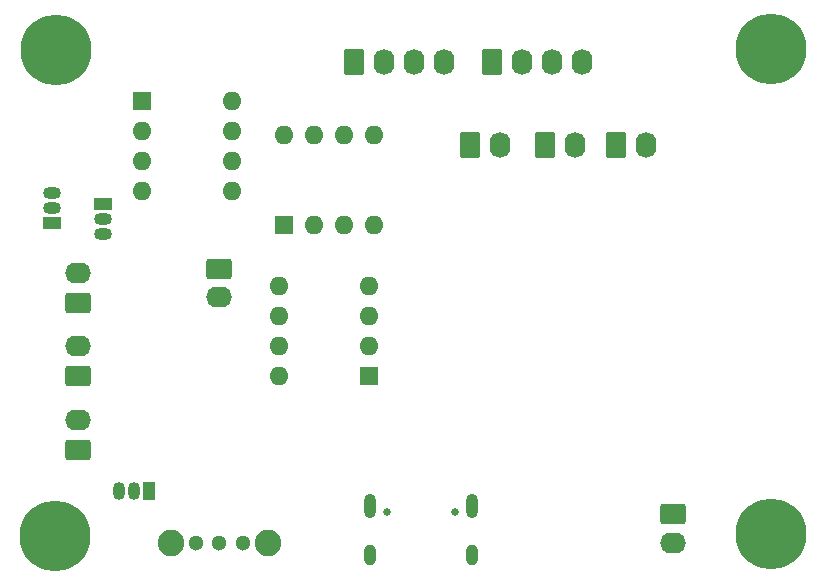
<source format=gbr>
%TF.GenerationSoftware,KiCad,Pcbnew,(6.0.0)*%
%TF.CreationDate,2023-04-24T11:59:45-05:00*%
%TF.ProjectId,SNAP_Project,534e4150-5f50-4726-9f6a-6563742e6b69,1.0*%
%TF.SameCoordinates,Original*%
%TF.FileFunction,Soldermask,Bot*%
%TF.FilePolarity,Negative*%
%FSLAX46Y46*%
G04 Gerber Fmt 4.6, Leading zero omitted, Abs format (unit mm)*
G04 Created by KiCad (PCBNEW (6.0.0)) date 2023-04-24 11:59:45*
%MOMM*%
%LPD*%
G01*
G04 APERTURE LIST*
G04 Aperture macros list*
%AMRoundRect*
0 Rectangle with rounded corners*
0 $1 Rounding radius*
0 $2 $3 $4 $5 $6 $7 $8 $9 X,Y pos of 4 corners*
0 Add a 4 corners polygon primitive as box body*
4,1,4,$2,$3,$4,$5,$6,$7,$8,$9,$2,$3,0*
0 Add four circle primitives for the rounded corners*
1,1,$1+$1,$2,$3*
1,1,$1+$1,$4,$5*
1,1,$1+$1,$6,$7*
1,1,$1+$1,$8,$9*
0 Add four rect primitives between the rounded corners*
20,1,$1+$1,$2,$3,$4,$5,0*
20,1,$1+$1,$4,$5,$6,$7,0*
20,1,$1+$1,$6,$7,$8,$9,0*
20,1,$1+$1,$8,$9,$2,$3,0*%
G04 Aperture macros list end*
%ADD10RoundRect,0.250000X-0.620000X-0.845000X0.620000X-0.845000X0.620000X0.845000X-0.620000X0.845000X0*%
%ADD11O,1.740000X2.190000*%
%ADD12R,1.050000X1.500000*%
%ADD13O,1.050000X1.500000*%
%ADD14C,6.000000*%
%ADD15RoundRect,0.250000X0.845000X-0.620000X0.845000X0.620000X-0.845000X0.620000X-0.845000X-0.620000X0*%
%ADD16O,2.190000X1.740000*%
%ADD17R,1.500000X1.050000*%
%ADD18O,1.500000X1.050000*%
%ADD19C,0.650000*%
%ADD20O,1.000000X2.100000*%
%ADD21O,1.000000X1.800000*%
%ADD22R,1.600000X1.600000*%
%ADD23O,1.600000X1.600000*%
%ADD24C,1.300000*%
%ADD25C,2.250000*%
G04 APERTURE END LIST*
D10*
%TO.C,J4*%
X95140000Y-78927500D03*
D11*
X97680000Y-78927500D03*
X100220000Y-78927500D03*
X102760000Y-78927500D03*
%TD*%
D12*
%TO.C,Q3*%
X77800000Y-115257500D03*
D13*
X76530000Y-115257500D03*
X75260000Y-115257500D03*
%TD*%
D14*
%TO.C,H2*%
X69940000Y-77887500D03*
%TD*%
D15*
%TO.C,BT1*%
X122160000Y-117197000D03*
D16*
X122160000Y-119610000D03*
%TD*%
D17*
%TO.C,Q2*%
X73920000Y-90980000D03*
D18*
X73920000Y-92250000D03*
X73920000Y-93520000D03*
%TD*%
D15*
%TO.C,D4*%
X71770000Y-111777500D03*
D16*
X71770000Y-109237500D03*
%TD*%
D14*
%TO.C,H4*%
X69833680Y-119017500D03*
%TD*%
D19*
%TO.C,J1*%
X97949273Y-117017500D03*
X103729273Y-117017500D03*
D20*
X105159273Y-116487500D03*
D21*
X96519273Y-120667500D03*
X105159273Y-120667500D03*
D20*
X96519273Y-116487500D03*
%TD*%
D15*
%TO.C,D3*%
X71770000Y-105527500D03*
D16*
X71770000Y-102987500D03*
%TD*%
D14*
%TO.C,H3*%
X130468680Y-118918680D03*
%TD*%
D17*
%TO.C,Q1*%
X69600000Y-92520000D03*
D18*
X69600000Y-91250000D03*
X69600000Y-89980000D03*
%TD*%
D10*
%TO.C,J3*%
X106840000Y-78877500D03*
D11*
X109380000Y-78877500D03*
X111920000Y-78877500D03*
X114460000Y-78877500D03*
%TD*%
D10*
%TO.C,SW3*%
X117320000Y-85950000D03*
D11*
X119860000Y-85950000D03*
%TD*%
D14*
%TO.C,H1*%
X130461320Y-77838680D03*
%TD*%
D22*
%TO.C,U5*%
X96450000Y-105507500D03*
D23*
X96450000Y-102967500D03*
X96450000Y-100427500D03*
X96450000Y-97887500D03*
X88830000Y-97887500D03*
X88830000Y-100427500D03*
X88830000Y-102967500D03*
X88830000Y-105507500D03*
%TD*%
D22*
%TO.C,U6*%
X77180000Y-82230000D03*
D23*
X77180000Y-84770000D03*
X77180000Y-87310000D03*
X77180000Y-89850000D03*
X84800000Y-89850000D03*
X84800000Y-87310000D03*
X84800000Y-84770000D03*
X84800000Y-82230000D03*
%TD*%
D10*
%TO.C,SW4*%
X111300000Y-85927500D03*
D11*
X113840000Y-85927500D03*
%TD*%
D22*
%TO.C,U7*%
X89250000Y-92757500D03*
D23*
X91790000Y-92757500D03*
X94330000Y-92757500D03*
X96870000Y-92757500D03*
X96870000Y-85137500D03*
X94330000Y-85137500D03*
X91790000Y-85137500D03*
X89250000Y-85137500D03*
%TD*%
D24*
%TO.C,SW1*%
X81750000Y-119647640D03*
X83750000Y-119647640D03*
X85750000Y-119647640D03*
D25*
X79650000Y-119647640D03*
X87850000Y-119647640D03*
%TD*%
D15*
%TO.C,D2*%
X71800000Y-99357500D03*
D16*
X71800000Y-96817500D03*
%TD*%
D15*
%TO.C,Q4*%
X83670000Y-96414500D03*
D16*
X83670000Y-98827500D03*
%TD*%
D10*
%TO.C,SW5*%
X105000000Y-85927500D03*
D11*
X107540000Y-85927500D03*
%TD*%
M02*

</source>
